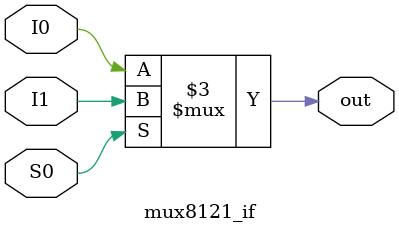
<source format=v>
module mux8121_if(out,I0,I1,S0);
  input I0,I1,S0;
  output out;
  reg out;
always @(I0,I1,S0)
begin
out= (S0==1'b1)?I1:I0;
end
endmodule
</source>
